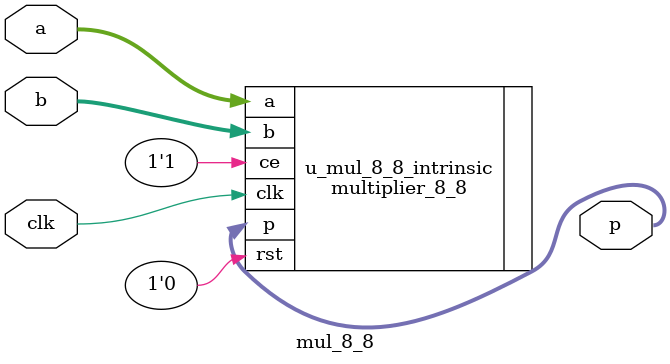
<source format=sv>
module mul_8_8 (
    input         clk,
    input  [ 7:0] a  ,
    input  [ 7:0] b  ,
    output [15:0] p
);

    multiplier_8_8 u_mul_8_8_intrinsic (
        .ce (1'b1),
        .rst(1'b0),
        .clk(clk ),
        .a  (a   ),
        .b  (b   ),
        .p  (p   )
    );


endmodule : mul_8_8

</source>
